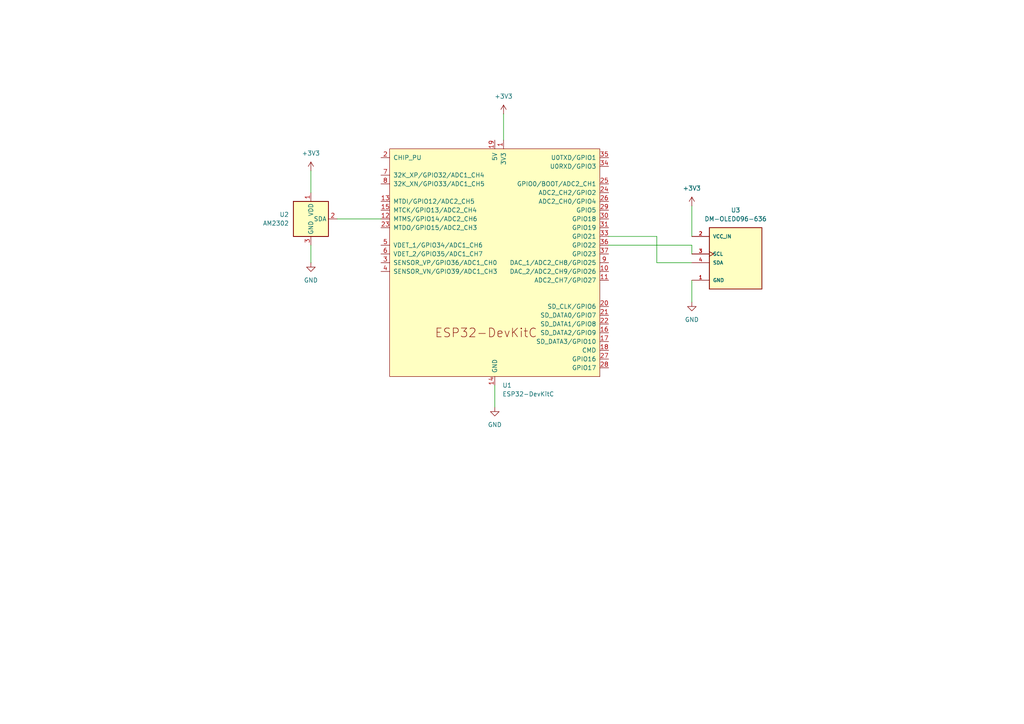
<source format=kicad_sch>
(kicad_sch (version 20231120) (generator "eeschema") (generator_version "8.0")
  (paper "A4")
  (lib_symbols
    (symbol "Display_Graphic:DM-OLED096-636" (pin_names (offset 1.016))
      (property "Reference" "U" (at -7.62 10.922 0))
      (property "Value" "DM-OLED096-636" (at -7.62 -10.16 0))
      (symbol "DM-OLED096-636_0_0"
        (rectangle (start -7.62 -7.62) (end 7.62 10.16) (stroke (width 0.254)) (fill (type background)))
        (pin power_in line (at 12.7 -5.08 180) (length 5.08) (name "GND") (number "1"))
        (pin power_in line (at 12.7 7.62 180) (length 5.08) (name "VCC_IN") (number "2"))
        (pin input clock (at 12.7 2.54 180) (length 5.08) (name "SCL") (number "3"))
        (pin bidirectional line (at 12.7 0 180) (length 5.08) (name "SDA") (number "4"))
      )
    )
    (symbol "PCM_Espressif:ESP32-DevKitC" (pin_names (offset 1.016))
      (property "Reference" "U" (at -30.48 38.1 0))
      (property "Value" "ESP32-DevKitC" (at -30.48 35.56 0))
      (symbol "ESP32-DevKitC_0_0"
        (text "ESP32-DevKitC" (at -2.54 -20.32 0) (effects (font (size 2.54 2.54))))
        (pin power_in line (at 0 -35.56 90) (length 2.54) (name "GND") (number "14"))
        (pin power_in line (at 0 35.56 270) (length 2.54) (name "5V") (number "19"))
      )
      (symbol "ESP32-DevKitC_0_1"
        (rectangle (start -30.48 33.02) (end 30.48 -33.02) (fill (type background)))
      )
      (symbol "ESP32-DevKitC_1_1"
        (pin power_in line (at 2.54 35.56 270) (length 2.54) (name "3V3") (number "1"))
        (pin bidirectional line (at 33.02 -2.54 180) (length 2.54) (name "DAC_2/ADC2_CH9/GPIO26") (number "10"))
        (pin bidirectional line (at 33.02 -5.08 180) (length 2.54) (name "ADC2_CH7/GPIO27") (number "11"))
        (pin bidirectional line (at -33.02 12.7 0) (length 2.54) (name "MTMS/GPIO14/ADC2_CH6") (number "12"))
        (pin bidirectional line (at -33.02 17.78 0) (length 2.54) (name "MTDI/GPIO12/ADC2_CH5") (number "13"))
        (pin bidirectional line (at -33.02 15.24 0) (length 2.54) (name "MTCK/GPIO13/ADC2_CH4") (number "15"))
        (pin bidirectional line (at 33.02 -20.32 180) (length 2.54) (name "SD_DATA2/GPIO9") (number "16"))
        (pin bidirectional line (at 33.02 -22.86 180) (length 2.54) (name "SD_DATA3/GPIO10") (number "17"))
        (pin bidirectional line (at 33.02 -25.4 180) (length 2.54) (name "CMD") (number "18"))
        (pin input line (at -33.02 30.48 0) (length 2.54) (name "CHIP_PU") (number "2"))
        (pin bidirectional line (at 33.02 -12.7 180) (length 2.54) (name "SD_CLK/GPIO6") (number "20"))
        (pin bidirectional line (at 33.02 -15.24 180) (length 2.54) (name "SD_DATA0/GPIO7") (number "21"))
        (pin bidirectional line (at 33.02 -17.78 180) (length 2.54) (name "SD_DATA1/GPIO8") (number "22"))
        (pin bidirectional line (at -33.02 10.16 0) (length 2.54) (name "MTDO/GPIO15/ADC2_CH3") (number "23"))
        (pin bidirectional line (at 33.02 20.32 180) (length 2.54) (name "ADC2_CH2/GPIO2") (number "24"))
        (pin bidirectional line (at 33.02 22.86 180) (length 2.54) (name "GPIO0/BOOT/ADC2_CH1") (number "25"))
        (pin bidirectional line (at 33.02 17.78 180) (length 2.54) (name "ADC2_CH0/GPIO4") (number "26"))
        (pin bidirectional line (at 33.02 -27.94 180) (length 2.54) (name "GPIO16") (number "27"))
        (pin bidirectional line (at 33.02 -30.48 180) (length 2.54) (name "GPIO17") (number "28"))
        (pin bidirectional line (at 33.02 15.24 180) (length 2.54) (name "GPIO5") (number "29"))
        (pin input line (at -33.02 0 0) (length 2.54) (name "SENSOR_VP/GPIO36/ADC1_CH0") (number "3"))
        (pin bidirectional line (at 33.02 12.7 180) (length 2.54) (name "GPIO18") (number "30"))
        (pin bidirectional line (at 33.02 10.16 180) (length 2.54) (name "GPIO19") (number "31"))
        (pin passive line (at 0 -35.56 90) (length 2.54) hide (name "GND") (number "32"))
        (pin bidirectional line (at 33.02 7.62 180) (length 2.54) (name "GPIO21") (number "33"))
        (pin bidirectional line (at 33.02 27.94 180) (length 2.54) (name "U0RXD/GPIO3") (number "34"))
        (pin bidirectional line (at 33.02 30.48 180) (length 2.54) (name "U0TXD/GPIO1") (number "35"))
        (pin bidirectional line (at 33.02 5.08 180) (length 2.54) (name "GPIO22") (number "36"))
        (pin bidirectional line (at 33.02 2.54 180) (length 2.54) (name "GPIO23") (number "37"))
        (pin passive line (at 0 -35.56 90) (length 2.54) hide (name "GND") (number "38"))
        (pin input line (at -33.02 -2.54 0) (length 2.54) (name "SENSOR_VN/GPIO39/ADC1_CH3") (number "4"))
        (pin input line (at -33.02 5.08 0) (length 2.54) (name "VDET_1/GPIO34/ADC1_CH6") (number "5"))
        (pin input line (at -33.02 2.54 0) (length 2.54) (name "VDET_2/GPIO35/ADC1_CH7") (number "6"))
        (pin bidirectional line (at -33.02 25.4 0) (length 2.54) (name "32K_XP/GPIO32/ADC1_CH4") (number "7"))
        (pin bidirectional line (at -33.02 22.86 0) (length 2.54) (name "32K_XN/GPIO33/ADC1_CH5") (number "8"))
        (pin bidirectional line (at 33.02 0 180) (length 2.54) (name "DAC_1/ADC2_CH8/GPIO25") (number "9"))
      )
    )
    (symbol "Sensor:AM2302"
      (property "Reference" "U" (at -3.81 6.35 0))
      (property "Value" "AM2302" (at 3.81 6.35 0))
      (symbol "AM2302_0_1"
        (rectangle (start -5.08 5.08) (end 5.08 -5.08) (stroke (width 0.254)) (fill (type background)))
      )
      (symbol "AM2302_1_1"
        (pin power_in line (at 0 7.62 270) (length 2.54) (name "VDD") (number "1"))
        (pin bidirectional line (at 7.62 0 180) (length 2.54) (name "SDA") (number "2"))
        (pin power_in line (at 0 -7.62 90) (length 2.54) (name "GND") (number "3"))
        (pin passive line (at 0 -7.62 90) (length 2.54) hide (name "GND") (number "4"))
      )
    )
    (symbol "power:+3V3" (power) (pin_numbers hide) (pin_names (offset 0) hide)
      (property "Value" "+3V3" (at 0 3.556 0))
      (symbol "+3V3_0_1"
        (polyline (pts (xy -0.762 1.27) (xy 0 2.54)))
        (polyline (pts (xy 0 0) (xy 0 2.54)))
        (polyline (pts (xy 0 2.54) (xy 0.762 1.27)))
      )
      (symbol "+3V3_1_1"
        (pin power_in line (at 0 0 90) (length 0) (name "~") (number "1"))
      )
    )
    (symbol "power:GND" (power) (pin_numbers hide) (pin_names (offset 0) hide)
      (property "Value" "GND" (at 0 -3.81 0))
      (symbol "GND_0_1"
        (polyline (pts (xy 0 0) (xy 0 -1.27) (xy 1.27 -1.27) (xy 0 -2.54) (xy -1.27 -1.27) (xy 0 -1.27)))
      )
      (symbol "GND_1_1"
        (pin power_in line (at 0 0 270) (length 0) (name "~") (number "1"))
      )
    )
  )
  (wire (pts (xy 176.53 68.58) (xy 190.5 68.58)))
  (wire (pts (xy 200.66 81.28) (xy 200.66 87.63)))
  (wire (pts (xy 176.53 71.12) (xy 200.66 71.12)))
  (wire (pts (xy 146.05 33.02) (xy 146.05 40.64)))
  (wire (pts (xy 200.66 71.12) (xy 200.66 73.66)))
  (wire (pts (xy 190.5 76.2) (xy 200.66 76.2)))
  (wire (pts (xy 90.17 71.12) (xy 90.17 76.2)))
  (wire (pts (xy 97.79 63.5) (xy 110.49 63.5)))
  (wire (pts (xy 190.5 68.58) (xy 190.5 76.2)))
  (wire (pts (xy 90.17 49.53) (xy 90.17 55.88)))
  (wire (pts (xy 143.51 111.76) (xy 143.51 118.11)))
  (wire (pts (xy 200.66 59.69) (xy 200.66 68.58)))
  (symbol (lib_id "power:GND") (at 143.51 118.11 0) (unit 1)
    (property "Reference" "#PWR05" (effects (hide yes)))
    (property "Value" "GND" (at 143.51 123.19 0))
    (property "Description" "Power symbol creates a global label with name \"GND\" , ground" (effects (hide yes)))
  )
  (symbol (lib_id "power:+3V3") (at 90.17 49.53 0) (unit 1)
    (property "Reference" "#PWR01" (effects (hide yes)))
    (property "Value" "+3V3" (at 90.17 44.45 0))
    (property "Description" "Power symbol creates a global label with name \"+3V3\"" (effects (hide yes)))
  )
  (symbol (lib_id "power:+3V3") (at 146.05 33.02 0) (unit 1)
    (property "Reference" "#PWR03" (effects (hide yes)))
    (property "Value" "+3V3" (at 146.05 27.94 0))
    (property "Description" "Power symbol creates a global label with name \"+3V3\"" (effects (hide yes)))
  )
  (symbol (lib_id "power:+3V3") (at 200.66 59.69 0) (mirror y) (unit 1)
    (property "Reference" "#PWR02" (effects (hide yes)))
    (property "Value" "+3V3" (at 200.66 54.61 0))
    (property "Description" "Power symbol creates a global label with name \"+3V3\"" (effects (hide yes)))
  )
  (symbol (lib_id "Display_Graphic:DM-OLED096-636") (at 213.36 76.2 0) (mirror y) (unit 1)
    (property "Reference" "U3" (at 213.36 60.96 0))
    (property "Value" "DM-OLED096-636" (at 213.36 63.5 0))
    (property "Footprint" "DM-OLED096-636:MODULE_DM-OLED096-636" (effects (hide yes)))
    (property "MF" "Display Module" (effects (hide yes)))
    (property "MAXIMUM_PACKAGE_HEIGHT" "11.3 mm" (effects (hide yes)))
    (property "Package" "Package" (effects (hide yes)))
    (property "Price" "None" (effects (hide yes)))
    (property "Check_prices" "https://www.snapeda.com/parts/DM-OLED096-636/Display+Module/view-part/?ref=eda" (effects (hide yes)))
    (property "STANDARD" "Manufacturer Recommendations" (effects (hide yes)))
    (property "PARTREV" "2018-09-10" (effects (hide yes)))
    (property "SnapEDA_Link" "https://www.snapeda.com/parts/DM-OLED096-636/Display+Module/view-part/?ref=snap" (effects (hide yes)))
    (property "MP" "DM-OLED096-636" (effects (hide yes)))
    (property "Description_1" "\n0.96” 128 X 64 MONOCHROME GRAPHIC OLED DISPLAY MODULE - I2C\n" (effects (hide yes)))
    (property "Availability" "Not in stock" (effects (hide yes)))
    (property "MANUFACTURER" "Displaymodule" (effects (hide yes)))
  )
  (symbol (lib_id "PCM_Espressif:ESP32-DevKitC") (at 143.51 76.2 0) (unit 1)
    (property "Reference" "U1" (at 145.7041 111.76 0) (effects (justify left)))
    (property "Value" "ESP32-DevKitC" (at 145.7041 114.3 0) (effects (justify left)))
    (property "Footprint" "PCM_Espressif:ESP32-DevKitC" (effects (hide yes)))
    (property "Datasheet" "https://docs.espressif.com/projects/esp-idf/zh_CN/latest/esp32/hw-reference/esp32/get-started-devkitc.html" (effects (hide yes)))
    (property "Description" "Development Kit" (effects (hide yes)))
  )
  (symbol (lib_id "power:GND") (at 200.66 87.63 0) (mirror y) (unit 1)
    (property "Reference" "#PWR06" (effects (hide yes)))
    (property "Value" "GND" (at 200.66 92.71 0))
    (property "Description" "Power symbol creates a global label with name \"GND\" , ground" (effects (hide yes)))
  )
  (symbol (lib_id "power:GND") (at 90.17 76.2 0) (unit 1)
    (property "Reference" "#PWR04" (effects (hide yes)))
    (property "Value" "GND" (at 90.17 81.28 0))
    (property "Description" "Power symbol creates a global label with name \"GND\" , ground" (effects (hide yes)))
  )
  (symbol (lib_id "Sensor:AM2302") (at 90.17 63.5 0) (unit 1)
    (property "Reference" "U2" (at 83.82 62.2299 0) (effects (justify right)))
    (property "Value" "AM2302" (at 83.82 64.7699 0) (effects (justify right)))
    (property "Footprint" "Sensor:ASAIR_AM2302_P2.54mm_Vertical" (effects (hide yes)))
    (property "Datasheet" "http://akizukidenshi.com/download/ds/aosong/AM2302.pdf" (effects (hide yes)))
    (property "Description" "3.3 to 5.0V, Temperature and humidity module,  DHT22, AM2302" (effects (hide yes)))
  )
)
</source>
